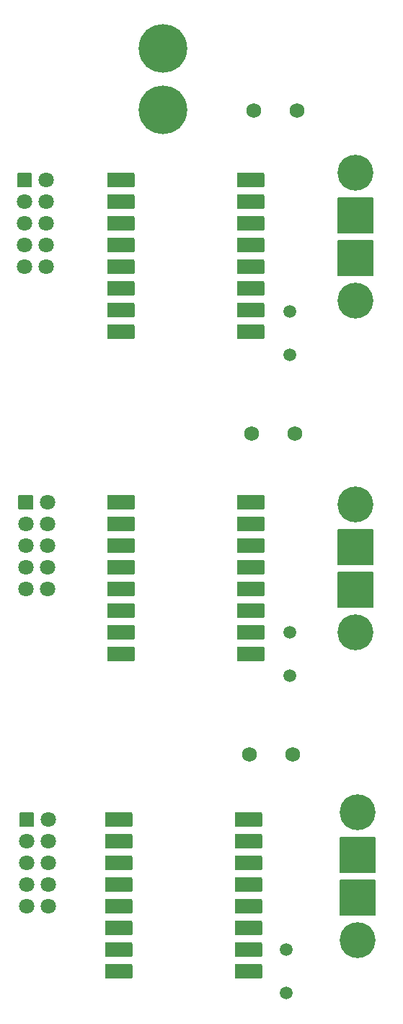
<source format=gbs>
G04 Layer: BottomSolderMaskLayer*
G04 EasyEDA v6.5.5, 2022-06-01 21:54:51*
G04 4b561e4e07bb45b19b9d071735fb3a1a,c96cdaf6a0e44fa3bb1e134f2b5c86cb,10*
G04 Gerber Generator version 0.2*
G04 Scale: 100 percent, Rotated: No, Reflected: No *
G04 Dimensions in millimeters *
G04 leading zeros omitted , absolute positions ,4 integer and 5 decimal *
%FSLAX45Y45*%
%MOMM*%

%ADD24C,1.5032*%
%ADD25C,5.7023*%
%ADD26C,1.8031*%
%ADD29C,4.2032*%
%ADD31C,1.7272*%

%LPD*%
D24*
G01*
X5207000Y7880350D03*
G01*
X5207000Y8388350D03*
G01*
X5207000Y4121150D03*
G01*
X5207000Y4629150D03*
G01*
X5168900Y400050D03*
G01*
X5168900Y908050D03*
D25*
G01*
X3721100Y11466144D03*
G01*
X3721100Y10746155D03*
D26*
G01*
X2095500Y8909050D03*
G01*
X2095500Y9163050D03*
G01*
X2349500Y9925050D03*
G01*
X2349500Y9671050D03*
G01*
X2349500Y9417050D03*
G01*
X2349500Y9163050D03*
G01*
X2349500Y8909050D03*
G01*
X2095500Y9671050D03*
G01*
X2095500Y9417050D03*
G36*
X2020061Y9839452D02*
G01*
X2020100Y9839490D01*
X2017052Y9839998D01*
X2014004Y9841522D01*
X2011972Y9843554D01*
X2010448Y9846602D01*
X2009940Y9849650D01*
X2009902Y9849612D01*
X2009902Y10000487D01*
X2009940Y10000449D01*
X2010448Y10003497D01*
X2011972Y10006545D01*
X2014004Y10008577D01*
X2017052Y10010101D01*
X2020100Y10010609D01*
X2020061Y10010647D01*
X2170938Y10010647D01*
X2170899Y10010609D01*
X2173947Y10010101D01*
X2176995Y10008577D01*
X2179027Y10006545D01*
X2180551Y10003497D01*
X2181059Y10000449D01*
X2181097Y10000487D01*
X2181097Y9849612D01*
X2181059Y9849650D01*
X2180551Y9846602D01*
X2179027Y9843554D01*
X2176995Y9841522D01*
X2173947Y9839998D01*
X2170899Y9839490D01*
X2170938Y9839452D01*
G37*
G01*
X2108200Y5137150D03*
G01*
X2108200Y5391150D03*
G01*
X2362200Y6153150D03*
G01*
X2362200Y5899150D03*
G01*
X2362200Y5645150D03*
G01*
X2362200Y5391150D03*
G01*
X2362200Y5137150D03*
G01*
X2108200Y5899150D03*
G01*
X2108200Y5645150D03*
G36*
X2032761Y6067552D02*
G01*
X2032800Y6067590D01*
X2029752Y6068098D01*
X2026704Y6069622D01*
X2024672Y6071654D01*
X2023148Y6074702D01*
X2022640Y6077750D01*
X2022602Y6077712D01*
X2022602Y6228587D01*
X2022640Y6228549D01*
X2023148Y6231597D01*
X2024672Y6234645D01*
X2026704Y6236677D01*
X2029752Y6238201D01*
X2032800Y6238709D01*
X2032761Y6238747D01*
X2183638Y6238747D01*
X2183599Y6238709D01*
X2186647Y6238201D01*
X2189695Y6236677D01*
X2191727Y6234645D01*
X2193251Y6231597D01*
X2193759Y6228549D01*
X2193797Y6228587D01*
X2193797Y6077712D01*
X2193759Y6077750D01*
X2193251Y6074702D01*
X2191727Y6071654D01*
X2189695Y6069622D01*
X2186647Y6068098D01*
X2183599Y6067590D01*
X2183638Y6067552D01*
G37*
G01*
X2120900Y1416050D03*
G01*
X2120900Y1670050D03*
G01*
X2374900Y2432050D03*
G01*
X2374900Y2178050D03*
G01*
X2374900Y1924050D03*
G01*
X2374900Y1670050D03*
G01*
X2374900Y1416050D03*
G01*
X2120900Y2178050D03*
G01*
X2120900Y1924050D03*
G36*
X2045461Y2346452D02*
G01*
X2045500Y2346490D01*
X2042452Y2346998D01*
X2039404Y2348522D01*
X2037372Y2350554D01*
X2035848Y2353602D01*
X2035340Y2356650D01*
X2035302Y2356612D01*
X2035302Y2507487D01*
X2035340Y2507449D01*
X2035848Y2510497D01*
X2037372Y2513545D01*
X2039404Y2515577D01*
X2042452Y2517101D01*
X2045500Y2517609D01*
X2045461Y2517647D01*
X2196338Y2517647D01*
X2196299Y2517609D01*
X2199347Y2517101D01*
X2202395Y2515577D01*
X2204427Y2513545D01*
X2205951Y2510497D01*
X2206459Y2507449D01*
X2206497Y2507487D01*
X2206497Y2356612D01*
X2206459Y2356650D01*
X2205951Y2353602D01*
X2204427Y2350554D01*
X2202395Y2348522D01*
X2199347Y2346998D01*
X2196299Y2346490D01*
X2196338Y2346452D01*
G37*
G36*
X3075800Y8061888D02*
G01*
X3072752Y8062396D01*
X3069704Y8063920D01*
X3067672Y8065952D01*
X3066148Y8069000D01*
X3065640Y8072048D01*
X3065525Y8072120D01*
X3065525Y8221979D01*
X3065640Y8222051D01*
X3066148Y8225099D01*
X3067672Y8228147D01*
X3069704Y8230179D01*
X3072752Y8231703D01*
X3075800Y8232211D01*
X3075686Y8232139D01*
X3375913Y8232139D01*
X3375799Y8232211D01*
X3378847Y8231703D01*
X3381895Y8230179D01*
X3383927Y8228147D01*
X3385451Y8225099D01*
X3385959Y8222051D01*
X3386074Y8221979D01*
X3386074Y8072120D01*
X3385959Y8072048D01*
X3385451Y8069000D01*
X3383927Y8065952D01*
X3381895Y8063920D01*
X3378847Y8062396D01*
X3375799Y8061888D01*
X3375913Y8061960D01*
X3075686Y8061960D01*
G37*
G36*
X3075800Y8315888D02*
G01*
X3072752Y8316396D01*
X3069704Y8317920D01*
X3067672Y8319952D01*
X3066148Y8323000D01*
X3065640Y8326048D01*
X3065525Y8326120D01*
X3065525Y8475979D01*
X3065640Y8476051D01*
X3066148Y8479099D01*
X3067672Y8482147D01*
X3069704Y8484179D01*
X3072752Y8485703D01*
X3075800Y8486211D01*
X3075686Y8486139D01*
X3375913Y8486139D01*
X3375799Y8486211D01*
X3378847Y8485703D01*
X3381895Y8484179D01*
X3383927Y8482147D01*
X3385451Y8479099D01*
X3385959Y8476051D01*
X3386074Y8475979D01*
X3386074Y8326120D01*
X3385959Y8326048D01*
X3385451Y8323000D01*
X3383927Y8319952D01*
X3381895Y8317920D01*
X3378847Y8316396D01*
X3375799Y8315888D01*
X3375913Y8315960D01*
X3075686Y8315960D01*
G37*
G36*
X3075800Y8569888D02*
G01*
X3072752Y8570396D01*
X3069704Y8571920D01*
X3067672Y8573952D01*
X3066148Y8577000D01*
X3065640Y8580048D01*
X3065525Y8580120D01*
X3065525Y8729979D01*
X3065640Y8730051D01*
X3066148Y8733099D01*
X3067672Y8736147D01*
X3069704Y8738179D01*
X3072752Y8739703D01*
X3075800Y8740211D01*
X3075686Y8740139D01*
X3375913Y8740139D01*
X3375799Y8740211D01*
X3378847Y8739703D01*
X3381895Y8738179D01*
X3383927Y8736147D01*
X3385451Y8733099D01*
X3385959Y8730051D01*
X3386074Y8729979D01*
X3386074Y8580120D01*
X3385959Y8580048D01*
X3385451Y8577000D01*
X3383927Y8573952D01*
X3381895Y8571920D01*
X3378847Y8570396D01*
X3375799Y8569888D01*
X3375913Y8569960D01*
X3075686Y8569960D01*
G37*
G36*
X3075800Y8823888D02*
G01*
X3072752Y8824396D01*
X3069704Y8825920D01*
X3067672Y8827952D01*
X3066148Y8831000D01*
X3065640Y8834048D01*
X3065525Y8834120D01*
X3065525Y8983979D01*
X3065640Y8984051D01*
X3066148Y8987099D01*
X3067672Y8990147D01*
X3069704Y8992179D01*
X3072752Y8993703D01*
X3075800Y8994211D01*
X3075686Y8994139D01*
X3375913Y8994139D01*
X3375799Y8994211D01*
X3378847Y8993703D01*
X3381895Y8992179D01*
X3383927Y8990147D01*
X3385451Y8987099D01*
X3385959Y8984051D01*
X3386074Y8983979D01*
X3386074Y8834120D01*
X3385959Y8834048D01*
X3385451Y8831000D01*
X3383927Y8827952D01*
X3381895Y8825920D01*
X3378847Y8824396D01*
X3375799Y8823888D01*
X3375913Y8823960D01*
X3075686Y8823960D01*
G37*
G36*
X3075800Y9077888D02*
G01*
X3072752Y9078396D01*
X3069704Y9079920D01*
X3067672Y9081952D01*
X3066148Y9085000D01*
X3065640Y9088048D01*
X3065525Y9088120D01*
X3065525Y9237979D01*
X3065640Y9238051D01*
X3066148Y9241099D01*
X3067672Y9244147D01*
X3069704Y9246179D01*
X3072752Y9247703D01*
X3075800Y9248211D01*
X3075686Y9248139D01*
X3375913Y9248139D01*
X3375799Y9248211D01*
X3378847Y9247703D01*
X3381895Y9246179D01*
X3383927Y9244147D01*
X3385451Y9241099D01*
X3385959Y9238051D01*
X3386074Y9237979D01*
X3386074Y9088120D01*
X3385959Y9088048D01*
X3385451Y9085000D01*
X3383927Y9081952D01*
X3381895Y9079920D01*
X3378847Y9078396D01*
X3375799Y9077888D01*
X3375913Y9077960D01*
X3075686Y9077960D01*
G37*
G36*
X3075800Y9331888D02*
G01*
X3072752Y9332396D01*
X3069704Y9333920D01*
X3067672Y9335952D01*
X3066148Y9339000D01*
X3065640Y9342048D01*
X3065525Y9342120D01*
X3065525Y9491979D01*
X3065640Y9492051D01*
X3066148Y9495099D01*
X3067672Y9498147D01*
X3069704Y9500179D01*
X3072752Y9501703D01*
X3075800Y9502211D01*
X3075686Y9502139D01*
X3375913Y9502139D01*
X3375799Y9502211D01*
X3378847Y9501703D01*
X3381895Y9500179D01*
X3383927Y9498147D01*
X3385451Y9495099D01*
X3385959Y9492051D01*
X3386074Y9491979D01*
X3386074Y9342120D01*
X3385959Y9342048D01*
X3385451Y9339000D01*
X3383927Y9335952D01*
X3381895Y9333920D01*
X3378847Y9332396D01*
X3375799Y9331888D01*
X3375913Y9331960D01*
X3075686Y9331960D01*
G37*
G36*
X3075800Y9585888D02*
G01*
X3072752Y9586396D01*
X3069704Y9587920D01*
X3067672Y9589952D01*
X3066148Y9593000D01*
X3065640Y9596048D01*
X3065525Y9596120D01*
X3065525Y9745979D01*
X3065640Y9746051D01*
X3066148Y9749099D01*
X3067672Y9752147D01*
X3069704Y9754179D01*
X3072752Y9755703D01*
X3075800Y9756211D01*
X3075686Y9756139D01*
X3375913Y9756139D01*
X3375799Y9756211D01*
X3378847Y9755703D01*
X3381895Y9754179D01*
X3383927Y9752147D01*
X3385451Y9749099D01*
X3385959Y9746051D01*
X3386074Y9745979D01*
X3386074Y9596120D01*
X3385959Y9596048D01*
X3385451Y9593000D01*
X3383927Y9589952D01*
X3381895Y9587920D01*
X3378847Y9586396D01*
X3375799Y9585888D01*
X3375913Y9585960D01*
X3075686Y9585960D01*
G37*
G36*
X3075800Y9839888D02*
G01*
X3072752Y9840396D01*
X3069704Y9841920D01*
X3067672Y9843952D01*
X3066148Y9847000D01*
X3065640Y9850048D01*
X3065525Y9850120D01*
X3065525Y9999979D01*
X3065640Y10000051D01*
X3066148Y10003099D01*
X3067672Y10006147D01*
X3069704Y10008179D01*
X3072752Y10009703D01*
X3075800Y10010211D01*
X3075686Y10010139D01*
X3375913Y10010139D01*
X3375799Y10010211D01*
X3378847Y10009703D01*
X3381895Y10008179D01*
X3383927Y10006147D01*
X3385451Y10003099D01*
X3385959Y10000051D01*
X3386074Y9999979D01*
X3386074Y9850120D01*
X3385959Y9850048D01*
X3385451Y9847000D01*
X3383927Y9843952D01*
X3381895Y9841920D01*
X3378847Y9840396D01*
X3375799Y9839888D01*
X3375913Y9839960D01*
X3075686Y9839960D01*
G37*
G36*
X4599800Y9839888D02*
G01*
X4596752Y9840396D01*
X4593704Y9841920D01*
X4591672Y9843952D01*
X4590148Y9847000D01*
X4589640Y9850048D01*
X4589525Y9850120D01*
X4589525Y9999979D01*
X4589640Y10000051D01*
X4590148Y10003099D01*
X4591672Y10006147D01*
X4593704Y10008179D01*
X4596752Y10009703D01*
X4599800Y10010211D01*
X4599686Y10010139D01*
X4899913Y10010139D01*
X4899799Y10010211D01*
X4902847Y10009703D01*
X4905895Y10008179D01*
X4907927Y10006147D01*
X4909451Y10003099D01*
X4909959Y10000051D01*
X4910074Y9999979D01*
X4910074Y9850120D01*
X4909959Y9850048D01*
X4909451Y9847000D01*
X4907927Y9843952D01*
X4905895Y9841920D01*
X4902847Y9840396D01*
X4899799Y9839888D01*
X4899913Y9839960D01*
X4599686Y9839960D01*
G37*
G36*
X4599800Y9585888D02*
G01*
X4596752Y9586396D01*
X4593704Y9587920D01*
X4591672Y9589952D01*
X4590148Y9593000D01*
X4589640Y9596048D01*
X4589525Y9596120D01*
X4589525Y9745979D01*
X4589640Y9746051D01*
X4590148Y9749099D01*
X4591672Y9752147D01*
X4593704Y9754179D01*
X4596752Y9755703D01*
X4599800Y9756211D01*
X4599686Y9756139D01*
X4899913Y9756139D01*
X4899799Y9756211D01*
X4902847Y9755703D01*
X4905895Y9754179D01*
X4907927Y9752147D01*
X4909451Y9749099D01*
X4909959Y9746051D01*
X4910074Y9745979D01*
X4910074Y9596120D01*
X4909959Y9596048D01*
X4909451Y9593000D01*
X4907927Y9589952D01*
X4905895Y9587920D01*
X4902847Y9586396D01*
X4899799Y9585888D01*
X4899913Y9585960D01*
X4599686Y9585960D01*
G37*
G36*
X4599800Y9331888D02*
G01*
X4596752Y9332396D01*
X4593704Y9333920D01*
X4591672Y9335952D01*
X4590148Y9339000D01*
X4589640Y9342048D01*
X4589525Y9342120D01*
X4589525Y9491979D01*
X4589640Y9492051D01*
X4590148Y9495099D01*
X4591672Y9498147D01*
X4593704Y9500179D01*
X4596752Y9501703D01*
X4599800Y9502211D01*
X4599686Y9502139D01*
X4899913Y9502139D01*
X4899799Y9502211D01*
X4902847Y9501703D01*
X4905895Y9500179D01*
X4907927Y9498147D01*
X4909451Y9495099D01*
X4909959Y9492051D01*
X4910074Y9491979D01*
X4910074Y9342120D01*
X4909959Y9342048D01*
X4909451Y9339000D01*
X4907927Y9335952D01*
X4905895Y9333920D01*
X4902847Y9332396D01*
X4899799Y9331888D01*
X4899913Y9331960D01*
X4599686Y9331960D01*
G37*
G36*
X4599800Y9077888D02*
G01*
X4596752Y9078396D01*
X4593704Y9079920D01*
X4591672Y9081952D01*
X4590148Y9085000D01*
X4589640Y9088048D01*
X4589525Y9088120D01*
X4589525Y9237979D01*
X4589640Y9238051D01*
X4590148Y9241099D01*
X4591672Y9244147D01*
X4593704Y9246179D01*
X4596752Y9247703D01*
X4599800Y9248211D01*
X4599686Y9248139D01*
X4899913Y9248139D01*
X4899799Y9248211D01*
X4902847Y9247703D01*
X4905895Y9246179D01*
X4907927Y9244147D01*
X4909451Y9241099D01*
X4909959Y9238051D01*
X4910074Y9237979D01*
X4910074Y9088120D01*
X4909959Y9088048D01*
X4909451Y9085000D01*
X4907927Y9081952D01*
X4905895Y9079920D01*
X4902847Y9078396D01*
X4899799Y9077888D01*
X4899913Y9077960D01*
X4599686Y9077960D01*
G37*
G36*
X4599800Y8823888D02*
G01*
X4596752Y8824396D01*
X4593704Y8825920D01*
X4591672Y8827952D01*
X4590148Y8831000D01*
X4589640Y8834048D01*
X4589525Y8834120D01*
X4589525Y8983979D01*
X4589640Y8984051D01*
X4590148Y8987099D01*
X4591672Y8990147D01*
X4593704Y8992179D01*
X4596752Y8993703D01*
X4599800Y8994211D01*
X4599686Y8994139D01*
X4899913Y8994139D01*
X4899799Y8994211D01*
X4902847Y8993703D01*
X4905895Y8992179D01*
X4907927Y8990147D01*
X4909451Y8987099D01*
X4909959Y8984051D01*
X4910074Y8983979D01*
X4910074Y8834120D01*
X4909959Y8834048D01*
X4909451Y8831000D01*
X4907927Y8827952D01*
X4905895Y8825920D01*
X4902847Y8824396D01*
X4899799Y8823888D01*
X4899913Y8823960D01*
X4599686Y8823960D01*
G37*
G36*
X4599800Y8569888D02*
G01*
X4596752Y8570396D01*
X4593704Y8571920D01*
X4591672Y8573952D01*
X4590148Y8577000D01*
X4589640Y8580048D01*
X4589525Y8580120D01*
X4589525Y8729979D01*
X4589640Y8730051D01*
X4590148Y8733099D01*
X4591672Y8736147D01*
X4593704Y8738179D01*
X4596752Y8739703D01*
X4599800Y8740211D01*
X4599686Y8740139D01*
X4899913Y8740139D01*
X4899799Y8740211D01*
X4902847Y8739703D01*
X4905895Y8738179D01*
X4907927Y8736147D01*
X4909451Y8733099D01*
X4909959Y8730051D01*
X4910074Y8729979D01*
X4910074Y8580120D01*
X4909959Y8580048D01*
X4909451Y8577000D01*
X4907927Y8573952D01*
X4905895Y8571920D01*
X4902847Y8570396D01*
X4899799Y8569888D01*
X4899913Y8569960D01*
X4599686Y8569960D01*
G37*
G36*
X4599800Y8315888D02*
G01*
X4596752Y8316396D01*
X4593704Y8317920D01*
X4591672Y8319952D01*
X4590148Y8323000D01*
X4589640Y8326048D01*
X4589525Y8326120D01*
X4589525Y8475979D01*
X4589640Y8476051D01*
X4590148Y8479099D01*
X4591672Y8482147D01*
X4593704Y8484179D01*
X4596752Y8485703D01*
X4599800Y8486211D01*
X4599686Y8486139D01*
X4899913Y8486139D01*
X4899799Y8486211D01*
X4902847Y8485703D01*
X4905895Y8484179D01*
X4907927Y8482147D01*
X4909451Y8479099D01*
X4909959Y8476051D01*
X4910074Y8475979D01*
X4910074Y8326120D01*
X4909959Y8326048D01*
X4909451Y8323000D01*
X4907927Y8319952D01*
X4905895Y8317920D01*
X4902847Y8316396D01*
X4899799Y8315888D01*
X4899913Y8315960D01*
X4599686Y8315960D01*
G37*
G36*
X4599800Y8061888D02*
G01*
X4596752Y8062396D01*
X4593704Y8063920D01*
X4591672Y8065952D01*
X4590148Y8069000D01*
X4589640Y8072048D01*
X4589525Y8072120D01*
X4589525Y8221979D01*
X4589640Y8222051D01*
X4590148Y8225099D01*
X4591672Y8228147D01*
X4593704Y8230179D01*
X4596752Y8231703D01*
X4599800Y8232211D01*
X4599686Y8232139D01*
X4899913Y8232139D01*
X4899799Y8232211D01*
X4902847Y8231703D01*
X4905895Y8230179D01*
X4907927Y8228147D01*
X4909451Y8225099D01*
X4909959Y8222051D01*
X4910074Y8221979D01*
X4910074Y8072120D01*
X4909959Y8072048D01*
X4909451Y8069000D01*
X4907927Y8065952D01*
X4905895Y8063920D01*
X4902847Y8062396D01*
X4899799Y8061888D01*
X4899913Y8061960D01*
X4599686Y8061960D01*
G37*
G36*
X3075800Y4289988D02*
G01*
X3072752Y4290496D01*
X3069704Y4292020D01*
X3067672Y4294052D01*
X3066148Y4297100D01*
X3065640Y4300148D01*
X3065525Y4300220D01*
X3065525Y4450079D01*
X3065640Y4450151D01*
X3066148Y4453199D01*
X3067672Y4456247D01*
X3069704Y4458279D01*
X3072752Y4459803D01*
X3075800Y4460311D01*
X3075686Y4460239D01*
X3375913Y4460239D01*
X3375799Y4460311D01*
X3378847Y4459803D01*
X3381895Y4458279D01*
X3383927Y4456247D01*
X3385451Y4453199D01*
X3385959Y4450151D01*
X3386074Y4450079D01*
X3386074Y4300220D01*
X3385959Y4300148D01*
X3385451Y4297100D01*
X3383927Y4294052D01*
X3381895Y4292020D01*
X3378847Y4290496D01*
X3375799Y4289988D01*
X3375913Y4290060D01*
X3075686Y4290060D01*
G37*
G36*
X3075800Y4543988D02*
G01*
X3072752Y4544496D01*
X3069704Y4546020D01*
X3067672Y4548052D01*
X3066148Y4551100D01*
X3065640Y4554148D01*
X3065525Y4554220D01*
X3065525Y4704079D01*
X3065640Y4704151D01*
X3066148Y4707199D01*
X3067672Y4710247D01*
X3069704Y4712279D01*
X3072752Y4713803D01*
X3075800Y4714311D01*
X3075686Y4714239D01*
X3375913Y4714239D01*
X3375799Y4714311D01*
X3378847Y4713803D01*
X3381895Y4712279D01*
X3383927Y4710247D01*
X3385451Y4707199D01*
X3385959Y4704151D01*
X3386074Y4704079D01*
X3386074Y4554220D01*
X3385959Y4554148D01*
X3385451Y4551100D01*
X3383927Y4548052D01*
X3381895Y4546020D01*
X3378847Y4544496D01*
X3375799Y4543988D01*
X3375913Y4544060D01*
X3075686Y4544060D01*
G37*
G36*
X3075800Y4797988D02*
G01*
X3072752Y4798496D01*
X3069704Y4800020D01*
X3067672Y4802052D01*
X3066148Y4805100D01*
X3065640Y4808148D01*
X3065525Y4808220D01*
X3065525Y4958079D01*
X3065640Y4958151D01*
X3066148Y4961199D01*
X3067672Y4964247D01*
X3069704Y4966279D01*
X3072752Y4967803D01*
X3075800Y4968311D01*
X3075686Y4968239D01*
X3375913Y4968239D01*
X3375799Y4968311D01*
X3378847Y4967803D01*
X3381895Y4966279D01*
X3383927Y4964247D01*
X3385451Y4961199D01*
X3385959Y4958151D01*
X3386074Y4958079D01*
X3386074Y4808220D01*
X3385959Y4808148D01*
X3385451Y4805100D01*
X3383927Y4802052D01*
X3381895Y4800020D01*
X3378847Y4798496D01*
X3375799Y4797988D01*
X3375913Y4798060D01*
X3075686Y4798060D01*
G37*
G36*
X3075800Y5051988D02*
G01*
X3072752Y5052496D01*
X3069704Y5054020D01*
X3067672Y5056052D01*
X3066148Y5059100D01*
X3065640Y5062148D01*
X3065525Y5062220D01*
X3065525Y5212079D01*
X3065640Y5212151D01*
X3066148Y5215199D01*
X3067672Y5218247D01*
X3069704Y5220279D01*
X3072752Y5221803D01*
X3075800Y5222311D01*
X3075686Y5222239D01*
X3375913Y5222239D01*
X3375799Y5222311D01*
X3378847Y5221803D01*
X3381895Y5220279D01*
X3383927Y5218247D01*
X3385451Y5215199D01*
X3385959Y5212151D01*
X3386074Y5212079D01*
X3386074Y5062220D01*
X3385959Y5062148D01*
X3385451Y5059100D01*
X3383927Y5056052D01*
X3381895Y5054020D01*
X3378847Y5052496D01*
X3375799Y5051988D01*
X3375913Y5052060D01*
X3075686Y5052060D01*
G37*
G36*
X3075800Y5305988D02*
G01*
X3072752Y5306496D01*
X3069704Y5308020D01*
X3067672Y5310052D01*
X3066148Y5313100D01*
X3065640Y5316148D01*
X3065525Y5316220D01*
X3065525Y5466079D01*
X3065640Y5466151D01*
X3066148Y5469199D01*
X3067672Y5472247D01*
X3069704Y5474279D01*
X3072752Y5475803D01*
X3075800Y5476311D01*
X3075686Y5476239D01*
X3375913Y5476239D01*
X3375799Y5476311D01*
X3378847Y5475803D01*
X3381895Y5474279D01*
X3383927Y5472247D01*
X3385451Y5469199D01*
X3385959Y5466151D01*
X3386074Y5466079D01*
X3386074Y5316220D01*
X3385959Y5316148D01*
X3385451Y5313100D01*
X3383927Y5310052D01*
X3381895Y5308020D01*
X3378847Y5306496D01*
X3375799Y5305988D01*
X3375913Y5306060D01*
X3075686Y5306060D01*
G37*
G36*
X3075800Y5559988D02*
G01*
X3072752Y5560496D01*
X3069704Y5562020D01*
X3067672Y5564052D01*
X3066148Y5567100D01*
X3065640Y5570148D01*
X3065525Y5570220D01*
X3065525Y5720079D01*
X3065640Y5720151D01*
X3066148Y5723199D01*
X3067672Y5726247D01*
X3069704Y5728279D01*
X3072752Y5729803D01*
X3075800Y5730311D01*
X3075686Y5730239D01*
X3375913Y5730239D01*
X3375799Y5730311D01*
X3378847Y5729803D01*
X3381895Y5728279D01*
X3383927Y5726247D01*
X3385451Y5723199D01*
X3385959Y5720151D01*
X3386074Y5720079D01*
X3386074Y5570220D01*
X3385959Y5570148D01*
X3385451Y5567100D01*
X3383927Y5564052D01*
X3381895Y5562020D01*
X3378847Y5560496D01*
X3375799Y5559988D01*
X3375913Y5560060D01*
X3075686Y5560060D01*
G37*
G36*
X3075800Y5813988D02*
G01*
X3072752Y5814496D01*
X3069704Y5816020D01*
X3067672Y5818052D01*
X3066148Y5821100D01*
X3065640Y5824148D01*
X3065525Y5824220D01*
X3065525Y5974079D01*
X3065640Y5974151D01*
X3066148Y5977199D01*
X3067672Y5980247D01*
X3069704Y5982279D01*
X3072752Y5983803D01*
X3075800Y5984311D01*
X3075686Y5984239D01*
X3375913Y5984239D01*
X3375799Y5984311D01*
X3378847Y5983803D01*
X3381895Y5982279D01*
X3383927Y5980247D01*
X3385451Y5977199D01*
X3385959Y5974151D01*
X3386074Y5974079D01*
X3386074Y5824220D01*
X3385959Y5824148D01*
X3385451Y5821100D01*
X3383927Y5818052D01*
X3381895Y5816020D01*
X3378847Y5814496D01*
X3375799Y5813988D01*
X3375913Y5814060D01*
X3075686Y5814060D01*
G37*
G36*
X3075800Y6067988D02*
G01*
X3072752Y6068496D01*
X3069704Y6070020D01*
X3067672Y6072052D01*
X3066148Y6075100D01*
X3065640Y6078148D01*
X3065525Y6078220D01*
X3065525Y6228079D01*
X3065640Y6228151D01*
X3066148Y6231199D01*
X3067672Y6234247D01*
X3069704Y6236279D01*
X3072752Y6237803D01*
X3075800Y6238311D01*
X3075686Y6238239D01*
X3375913Y6238239D01*
X3375799Y6238311D01*
X3378847Y6237803D01*
X3381895Y6236279D01*
X3383927Y6234247D01*
X3385451Y6231199D01*
X3385959Y6228151D01*
X3386074Y6228079D01*
X3386074Y6078220D01*
X3385959Y6078148D01*
X3385451Y6075100D01*
X3383927Y6072052D01*
X3381895Y6070020D01*
X3378847Y6068496D01*
X3375799Y6067988D01*
X3375913Y6068060D01*
X3075686Y6068060D01*
G37*
G36*
X4599800Y6067988D02*
G01*
X4596752Y6068496D01*
X4593704Y6070020D01*
X4591672Y6072052D01*
X4590148Y6075100D01*
X4589640Y6078148D01*
X4589525Y6078220D01*
X4589525Y6228079D01*
X4589640Y6228151D01*
X4590148Y6231199D01*
X4591672Y6234247D01*
X4593704Y6236279D01*
X4596752Y6237803D01*
X4599800Y6238311D01*
X4599686Y6238239D01*
X4899913Y6238239D01*
X4899799Y6238311D01*
X4902847Y6237803D01*
X4905895Y6236279D01*
X4907927Y6234247D01*
X4909451Y6231199D01*
X4909959Y6228151D01*
X4910074Y6228079D01*
X4910074Y6078220D01*
X4909959Y6078148D01*
X4909451Y6075100D01*
X4907927Y6072052D01*
X4905895Y6070020D01*
X4902847Y6068496D01*
X4899799Y6067988D01*
X4899913Y6068060D01*
X4599686Y6068060D01*
G37*
G36*
X4599800Y5813988D02*
G01*
X4596752Y5814496D01*
X4593704Y5816020D01*
X4591672Y5818052D01*
X4590148Y5821100D01*
X4589640Y5824148D01*
X4589525Y5824220D01*
X4589525Y5974079D01*
X4589640Y5974151D01*
X4590148Y5977199D01*
X4591672Y5980247D01*
X4593704Y5982279D01*
X4596752Y5983803D01*
X4599800Y5984311D01*
X4599686Y5984239D01*
X4899913Y5984239D01*
X4899799Y5984311D01*
X4902847Y5983803D01*
X4905895Y5982279D01*
X4907927Y5980247D01*
X4909451Y5977199D01*
X4909959Y5974151D01*
X4910074Y5974079D01*
X4910074Y5824220D01*
X4909959Y5824148D01*
X4909451Y5821100D01*
X4907927Y5818052D01*
X4905895Y5816020D01*
X4902847Y5814496D01*
X4899799Y5813988D01*
X4899913Y5814060D01*
X4599686Y5814060D01*
G37*
G36*
X4599800Y5559988D02*
G01*
X4596752Y5560496D01*
X4593704Y5562020D01*
X4591672Y5564052D01*
X4590148Y5567100D01*
X4589640Y5570148D01*
X4589525Y5570220D01*
X4589525Y5720079D01*
X4589640Y5720151D01*
X4590148Y5723199D01*
X4591672Y5726247D01*
X4593704Y5728279D01*
X4596752Y5729803D01*
X4599800Y5730311D01*
X4599686Y5730239D01*
X4899913Y5730239D01*
X4899799Y5730311D01*
X4902847Y5729803D01*
X4905895Y5728279D01*
X4907927Y5726247D01*
X4909451Y5723199D01*
X4909959Y5720151D01*
X4910074Y5720079D01*
X4910074Y5570220D01*
X4909959Y5570148D01*
X4909451Y5567100D01*
X4907927Y5564052D01*
X4905895Y5562020D01*
X4902847Y5560496D01*
X4899799Y5559988D01*
X4899913Y5560060D01*
X4599686Y5560060D01*
G37*
G36*
X4599800Y5305988D02*
G01*
X4596752Y5306496D01*
X4593704Y5308020D01*
X4591672Y5310052D01*
X4590148Y5313100D01*
X4589640Y5316148D01*
X4589525Y5316220D01*
X4589525Y5466079D01*
X4589640Y5466151D01*
X4590148Y5469199D01*
X4591672Y5472247D01*
X4593704Y5474279D01*
X4596752Y5475803D01*
X4599800Y5476311D01*
X4599686Y5476239D01*
X4899913Y5476239D01*
X4899799Y5476311D01*
X4902847Y5475803D01*
X4905895Y5474279D01*
X4907927Y5472247D01*
X4909451Y5469199D01*
X4909959Y5466151D01*
X4910074Y5466079D01*
X4910074Y5316220D01*
X4909959Y5316148D01*
X4909451Y5313100D01*
X4907927Y5310052D01*
X4905895Y5308020D01*
X4902847Y5306496D01*
X4899799Y5305988D01*
X4899913Y5306060D01*
X4599686Y5306060D01*
G37*
G36*
X4599800Y5051988D02*
G01*
X4596752Y5052496D01*
X4593704Y5054020D01*
X4591672Y5056052D01*
X4590148Y5059100D01*
X4589640Y5062148D01*
X4589525Y5062220D01*
X4589525Y5212079D01*
X4589640Y5212151D01*
X4590148Y5215199D01*
X4591672Y5218247D01*
X4593704Y5220279D01*
X4596752Y5221803D01*
X4599800Y5222311D01*
X4599686Y5222239D01*
X4899913Y5222239D01*
X4899799Y5222311D01*
X4902847Y5221803D01*
X4905895Y5220279D01*
X4907927Y5218247D01*
X4909451Y5215199D01*
X4909959Y5212151D01*
X4910074Y5212079D01*
X4910074Y5062220D01*
X4909959Y5062148D01*
X4909451Y5059100D01*
X4907927Y5056052D01*
X4905895Y5054020D01*
X4902847Y5052496D01*
X4899799Y5051988D01*
X4899913Y5052060D01*
X4599686Y5052060D01*
G37*
G36*
X4599800Y4797988D02*
G01*
X4596752Y4798496D01*
X4593704Y4800020D01*
X4591672Y4802052D01*
X4590148Y4805100D01*
X4589640Y4808148D01*
X4589525Y4808220D01*
X4589525Y4958079D01*
X4589640Y4958151D01*
X4590148Y4961199D01*
X4591672Y4964247D01*
X4593704Y4966279D01*
X4596752Y4967803D01*
X4599800Y4968311D01*
X4599686Y4968239D01*
X4899913Y4968239D01*
X4899799Y4968311D01*
X4902847Y4967803D01*
X4905895Y4966279D01*
X4907927Y4964247D01*
X4909451Y4961199D01*
X4909959Y4958151D01*
X4910074Y4958079D01*
X4910074Y4808220D01*
X4909959Y4808148D01*
X4909451Y4805100D01*
X4907927Y4802052D01*
X4905895Y4800020D01*
X4902847Y4798496D01*
X4899799Y4797988D01*
X4899913Y4798060D01*
X4599686Y4798060D01*
G37*
G36*
X4599800Y4543988D02*
G01*
X4596752Y4544496D01*
X4593704Y4546020D01*
X4591672Y4548052D01*
X4590148Y4551100D01*
X4589640Y4554148D01*
X4589525Y4554220D01*
X4589525Y4704079D01*
X4589640Y4704151D01*
X4590148Y4707199D01*
X4591672Y4710247D01*
X4593704Y4712279D01*
X4596752Y4713803D01*
X4599800Y4714311D01*
X4599686Y4714239D01*
X4899913Y4714239D01*
X4899799Y4714311D01*
X4902847Y4713803D01*
X4905895Y4712279D01*
X4907927Y4710247D01*
X4909451Y4707199D01*
X4909959Y4704151D01*
X4910074Y4704079D01*
X4910074Y4554220D01*
X4909959Y4554148D01*
X4909451Y4551100D01*
X4907927Y4548052D01*
X4905895Y4546020D01*
X4902847Y4544496D01*
X4899799Y4543988D01*
X4899913Y4544060D01*
X4599686Y4544060D01*
G37*
G36*
X4599800Y4289988D02*
G01*
X4596752Y4290496D01*
X4593704Y4292020D01*
X4591672Y4294052D01*
X4590148Y4297100D01*
X4589640Y4300148D01*
X4589525Y4300220D01*
X4589525Y4450079D01*
X4589640Y4450151D01*
X4590148Y4453199D01*
X4591672Y4456247D01*
X4593704Y4458279D01*
X4596752Y4459803D01*
X4599800Y4460311D01*
X4599686Y4460239D01*
X4899913Y4460239D01*
X4899799Y4460311D01*
X4902847Y4459803D01*
X4905895Y4458279D01*
X4907927Y4456247D01*
X4909451Y4453199D01*
X4909959Y4450151D01*
X4910074Y4450079D01*
X4910074Y4300220D01*
X4909959Y4300148D01*
X4909451Y4297100D01*
X4907927Y4294052D01*
X4905895Y4292020D01*
X4902847Y4290496D01*
X4899799Y4289988D01*
X4899913Y4290060D01*
X4599686Y4290060D01*
G37*
G36*
X3050400Y568888D02*
G01*
X3047352Y569396D01*
X3044304Y570920D01*
X3042272Y572952D01*
X3040748Y576000D01*
X3040240Y579048D01*
X3040125Y579120D01*
X3040125Y728979D01*
X3040240Y729051D01*
X3040748Y732099D01*
X3042272Y735147D01*
X3044304Y737179D01*
X3047352Y738703D01*
X3050400Y739211D01*
X3050286Y739139D01*
X3350513Y739139D01*
X3350399Y739211D01*
X3353447Y738703D01*
X3356495Y737179D01*
X3358527Y735147D01*
X3360051Y732099D01*
X3360559Y729051D01*
X3360674Y728979D01*
X3360674Y579120D01*
X3360559Y579048D01*
X3360051Y576000D01*
X3358527Y572952D01*
X3356495Y570920D01*
X3353447Y569396D01*
X3350399Y568888D01*
X3350513Y568960D01*
X3050286Y568960D01*
G37*
G36*
X3050400Y822888D02*
G01*
X3047352Y823396D01*
X3044304Y824920D01*
X3042272Y826952D01*
X3040748Y830000D01*
X3040240Y833048D01*
X3040125Y833120D01*
X3040125Y982979D01*
X3040240Y983051D01*
X3040748Y986099D01*
X3042272Y989147D01*
X3044304Y991179D01*
X3047352Y992703D01*
X3050400Y993211D01*
X3050286Y993139D01*
X3350513Y993139D01*
X3350399Y993211D01*
X3353447Y992703D01*
X3356495Y991179D01*
X3358527Y989147D01*
X3360051Y986099D01*
X3360559Y983051D01*
X3360674Y982979D01*
X3360674Y833120D01*
X3360559Y833048D01*
X3360051Y830000D01*
X3358527Y826952D01*
X3356495Y824920D01*
X3353447Y823396D01*
X3350399Y822888D01*
X3350513Y822960D01*
X3050286Y822960D01*
G37*
G36*
X3050400Y1076888D02*
G01*
X3047352Y1077396D01*
X3044304Y1078920D01*
X3042272Y1080952D01*
X3040748Y1084000D01*
X3040240Y1087048D01*
X3040125Y1087120D01*
X3040125Y1236979D01*
X3040240Y1237051D01*
X3040748Y1240099D01*
X3042272Y1243147D01*
X3044304Y1245179D01*
X3047352Y1246703D01*
X3050400Y1247211D01*
X3050286Y1247139D01*
X3350513Y1247139D01*
X3350399Y1247211D01*
X3353447Y1246703D01*
X3356495Y1245179D01*
X3358527Y1243147D01*
X3360051Y1240099D01*
X3360559Y1237051D01*
X3360674Y1236979D01*
X3360674Y1087120D01*
X3360559Y1087048D01*
X3360051Y1084000D01*
X3358527Y1080952D01*
X3356495Y1078920D01*
X3353447Y1077396D01*
X3350399Y1076888D01*
X3350513Y1076960D01*
X3050286Y1076960D01*
G37*
G36*
X3050400Y1330888D02*
G01*
X3047352Y1331396D01*
X3044304Y1332920D01*
X3042272Y1334952D01*
X3040748Y1338000D01*
X3040240Y1341048D01*
X3040125Y1341120D01*
X3040125Y1490979D01*
X3040240Y1491051D01*
X3040748Y1494099D01*
X3042272Y1497147D01*
X3044304Y1499179D01*
X3047352Y1500703D01*
X3050400Y1501211D01*
X3050286Y1501139D01*
X3350513Y1501139D01*
X3350399Y1501211D01*
X3353447Y1500703D01*
X3356495Y1499179D01*
X3358527Y1497147D01*
X3360051Y1494099D01*
X3360559Y1491051D01*
X3360674Y1490979D01*
X3360674Y1341120D01*
X3360559Y1341048D01*
X3360051Y1338000D01*
X3358527Y1334952D01*
X3356495Y1332920D01*
X3353447Y1331396D01*
X3350399Y1330888D01*
X3350513Y1330960D01*
X3050286Y1330960D01*
G37*
G36*
X3050400Y1584888D02*
G01*
X3047352Y1585396D01*
X3044304Y1586920D01*
X3042272Y1588952D01*
X3040748Y1592000D01*
X3040240Y1595048D01*
X3040125Y1595120D01*
X3040125Y1744979D01*
X3040240Y1745051D01*
X3040748Y1748099D01*
X3042272Y1751147D01*
X3044304Y1753179D01*
X3047352Y1754703D01*
X3050400Y1755211D01*
X3050286Y1755139D01*
X3350513Y1755139D01*
X3350399Y1755211D01*
X3353447Y1754703D01*
X3356495Y1753179D01*
X3358527Y1751147D01*
X3360051Y1748099D01*
X3360559Y1745051D01*
X3360674Y1744979D01*
X3360674Y1595120D01*
X3360559Y1595048D01*
X3360051Y1592000D01*
X3358527Y1588952D01*
X3356495Y1586920D01*
X3353447Y1585396D01*
X3350399Y1584888D01*
X3350513Y1584960D01*
X3050286Y1584960D01*
G37*
G36*
X3050400Y1838888D02*
G01*
X3047352Y1839396D01*
X3044304Y1840920D01*
X3042272Y1842952D01*
X3040748Y1846000D01*
X3040240Y1849048D01*
X3040125Y1849120D01*
X3040125Y1998979D01*
X3040240Y1999051D01*
X3040748Y2002099D01*
X3042272Y2005147D01*
X3044304Y2007179D01*
X3047352Y2008703D01*
X3050400Y2009211D01*
X3050286Y2009139D01*
X3350513Y2009139D01*
X3350399Y2009211D01*
X3353447Y2008703D01*
X3356495Y2007179D01*
X3358527Y2005147D01*
X3360051Y2002099D01*
X3360559Y1999051D01*
X3360674Y1998979D01*
X3360674Y1849120D01*
X3360559Y1849048D01*
X3360051Y1846000D01*
X3358527Y1842952D01*
X3356495Y1840920D01*
X3353447Y1839396D01*
X3350399Y1838888D01*
X3350513Y1838960D01*
X3050286Y1838960D01*
G37*
G36*
X3050400Y2092888D02*
G01*
X3047352Y2093396D01*
X3044304Y2094920D01*
X3042272Y2096952D01*
X3040748Y2100000D01*
X3040240Y2103048D01*
X3040125Y2103120D01*
X3040125Y2252979D01*
X3040240Y2253051D01*
X3040748Y2256099D01*
X3042272Y2259147D01*
X3044304Y2261179D01*
X3047352Y2262703D01*
X3050400Y2263211D01*
X3050286Y2263139D01*
X3350513Y2263139D01*
X3350399Y2263211D01*
X3353447Y2262703D01*
X3356495Y2261179D01*
X3358527Y2259147D01*
X3360051Y2256099D01*
X3360559Y2253051D01*
X3360674Y2252979D01*
X3360674Y2103120D01*
X3360559Y2103048D01*
X3360051Y2100000D01*
X3358527Y2096952D01*
X3356495Y2094920D01*
X3353447Y2093396D01*
X3350399Y2092888D01*
X3350513Y2092960D01*
X3050286Y2092960D01*
G37*
G36*
X3050400Y2346888D02*
G01*
X3047352Y2347396D01*
X3044304Y2348920D01*
X3042272Y2350952D01*
X3040748Y2354000D01*
X3040240Y2357048D01*
X3040125Y2357120D01*
X3040125Y2506979D01*
X3040240Y2507051D01*
X3040748Y2510099D01*
X3042272Y2513147D01*
X3044304Y2515179D01*
X3047352Y2516703D01*
X3050400Y2517211D01*
X3050286Y2517139D01*
X3350513Y2517139D01*
X3350399Y2517211D01*
X3353447Y2516703D01*
X3356495Y2515179D01*
X3358527Y2513147D01*
X3360051Y2510099D01*
X3360559Y2507051D01*
X3360674Y2506979D01*
X3360674Y2357120D01*
X3360559Y2357048D01*
X3360051Y2354000D01*
X3358527Y2350952D01*
X3356495Y2348920D01*
X3353447Y2347396D01*
X3350399Y2346888D01*
X3350513Y2346960D01*
X3050286Y2346960D01*
G37*
G36*
X4574400Y2346888D02*
G01*
X4571352Y2347396D01*
X4568304Y2348920D01*
X4566272Y2350952D01*
X4564748Y2354000D01*
X4564240Y2357048D01*
X4564125Y2357120D01*
X4564125Y2506979D01*
X4564240Y2507051D01*
X4564748Y2510099D01*
X4566272Y2513147D01*
X4568304Y2515179D01*
X4571352Y2516703D01*
X4574400Y2517211D01*
X4574286Y2517139D01*
X4874513Y2517139D01*
X4874399Y2517211D01*
X4877447Y2516703D01*
X4880495Y2515179D01*
X4882527Y2513147D01*
X4884051Y2510099D01*
X4884559Y2507051D01*
X4884674Y2506979D01*
X4884674Y2357120D01*
X4884559Y2357048D01*
X4884051Y2354000D01*
X4882527Y2350952D01*
X4880495Y2348920D01*
X4877447Y2347396D01*
X4874399Y2346888D01*
X4874513Y2346960D01*
X4574286Y2346960D01*
G37*
G36*
X4574400Y2092888D02*
G01*
X4571352Y2093396D01*
X4568304Y2094920D01*
X4566272Y2096952D01*
X4564748Y2100000D01*
X4564240Y2103048D01*
X4564125Y2103120D01*
X4564125Y2252979D01*
X4564240Y2253051D01*
X4564748Y2256099D01*
X4566272Y2259147D01*
X4568304Y2261179D01*
X4571352Y2262703D01*
X4574400Y2263211D01*
X4574286Y2263139D01*
X4874513Y2263139D01*
X4874399Y2263211D01*
X4877447Y2262703D01*
X4880495Y2261179D01*
X4882527Y2259147D01*
X4884051Y2256099D01*
X4884559Y2253051D01*
X4884674Y2252979D01*
X4884674Y2103120D01*
X4884559Y2103048D01*
X4884051Y2100000D01*
X4882527Y2096952D01*
X4880495Y2094920D01*
X4877447Y2093396D01*
X4874399Y2092888D01*
X4874513Y2092960D01*
X4574286Y2092960D01*
G37*
G36*
X4574400Y1838888D02*
G01*
X4571352Y1839396D01*
X4568304Y1840920D01*
X4566272Y1842952D01*
X4564748Y1846000D01*
X4564240Y1849048D01*
X4564125Y1849120D01*
X4564125Y1998979D01*
X4564240Y1999051D01*
X4564748Y2002099D01*
X4566272Y2005147D01*
X4568304Y2007179D01*
X4571352Y2008703D01*
X4574400Y2009211D01*
X4574286Y2009139D01*
X4874513Y2009139D01*
X4874399Y2009211D01*
X4877447Y2008703D01*
X4880495Y2007179D01*
X4882527Y2005147D01*
X4884051Y2002099D01*
X4884559Y1999051D01*
X4884674Y1998979D01*
X4884674Y1849120D01*
X4884559Y1849048D01*
X4884051Y1846000D01*
X4882527Y1842952D01*
X4880495Y1840920D01*
X4877447Y1839396D01*
X4874399Y1838888D01*
X4874513Y1838960D01*
X4574286Y1838960D01*
G37*
G36*
X4574400Y1584888D02*
G01*
X4571352Y1585396D01*
X4568304Y1586920D01*
X4566272Y1588952D01*
X4564748Y1592000D01*
X4564240Y1595048D01*
X4564125Y1595120D01*
X4564125Y1744979D01*
X4564240Y1745051D01*
X4564748Y1748099D01*
X4566272Y1751147D01*
X4568304Y1753179D01*
X4571352Y1754703D01*
X4574400Y1755211D01*
X4574286Y1755139D01*
X4874513Y1755139D01*
X4874399Y1755211D01*
X4877447Y1754703D01*
X4880495Y1753179D01*
X4882527Y1751147D01*
X4884051Y1748099D01*
X4884559Y1745051D01*
X4884674Y1744979D01*
X4884674Y1595120D01*
X4884559Y1595048D01*
X4884051Y1592000D01*
X4882527Y1588952D01*
X4880495Y1586920D01*
X4877447Y1585396D01*
X4874399Y1584888D01*
X4874513Y1584960D01*
X4574286Y1584960D01*
G37*
G36*
X4574400Y1330888D02*
G01*
X4571352Y1331396D01*
X4568304Y1332920D01*
X4566272Y1334952D01*
X4564748Y1338000D01*
X4564240Y1341048D01*
X4564125Y1341120D01*
X4564125Y1490979D01*
X4564240Y1491051D01*
X4564748Y1494099D01*
X4566272Y1497147D01*
X4568304Y1499179D01*
X4571352Y1500703D01*
X4574400Y1501211D01*
X4574286Y1501139D01*
X4874513Y1501139D01*
X4874399Y1501211D01*
X4877447Y1500703D01*
X4880495Y1499179D01*
X4882527Y1497147D01*
X4884051Y1494099D01*
X4884559Y1491051D01*
X4884674Y1490979D01*
X4884674Y1341120D01*
X4884559Y1341048D01*
X4884051Y1338000D01*
X4882527Y1334952D01*
X4880495Y1332920D01*
X4877447Y1331396D01*
X4874399Y1330888D01*
X4874513Y1330960D01*
X4574286Y1330960D01*
G37*
G36*
X4574400Y1076888D02*
G01*
X4571352Y1077396D01*
X4568304Y1078920D01*
X4566272Y1080952D01*
X4564748Y1084000D01*
X4564240Y1087048D01*
X4564125Y1087120D01*
X4564125Y1236979D01*
X4564240Y1237051D01*
X4564748Y1240099D01*
X4566272Y1243147D01*
X4568304Y1245179D01*
X4571352Y1246703D01*
X4574400Y1247211D01*
X4574286Y1247139D01*
X4874513Y1247139D01*
X4874399Y1247211D01*
X4877447Y1246703D01*
X4880495Y1245179D01*
X4882527Y1243147D01*
X4884051Y1240099D01*
X4884559Y1237051D01*
X4884674Y1236979D01*
X4884674Y1087120D01*
X4884559Y1087048D01*
X4884051Y1084000D01*
X4882527Y1080952D01*
X4880495Y1078920D01*
X4877447Y1077396D01*
X4874399Y1076888D01*
X4874513Y1076960D01*
X4574286Y1076960D01*
G37*
G36*
X4574400Y822888D02*
G01*
X4571352Y823396D01*
X4568304Y824920D01*
X4566272Y826952D01*
X4564748Y830000D01*
X4564240Y833048D01*
X4564125Y833120D01*
X4564125Y982979D01*
X4564240Y983051D01*
X4564748Y986099D01*
X4566272Y989147D01*
X4568304Y991179D01*
X4571352Y992703D01*
X4574400Y993211D01*
X4574286Y993139D01*
X4874513Y993139D01*
X4874399Y993211D01*
X4877447Y992703D01*
X4880495Y991179D01*
X4882527Y989147D01*
X4884051Y986099D01*
X4884559Y983051D01*
X4884674Y982979D01*
X4884674Y833120D01*
X4884559Y833048D01*
X4884051Y830000D01*
X4882527Y826952D01*
X4880495Y824920D01*
X4877447Y823396D01*
X4874399Y822888D01*
X4874513Y822960D01*
X4574286Y822960D01*
G37*
G36*
X4574400Y568888D02*
G01*
X4571352Y569396D01*
X4568304Y570920D01*
X4566272Y572952D01*
X4564748Y576000D01*
X4564240Y579048D01*
X4564125Y579120D01*
X4564125Y728979D01*
X4564240Y729051D01*
X4564748Y732099D01*
X4566272Y735147D01*
X4568304Y737179D01*
X4571352Y738703D01*
X4574400Y739211D01*
X4574286Y739139D01*
X4874513Y739139D01*
X4874399Y739211D01*
X4877447Y738703D01*
X4880495Y737179D01*
X4882527Y735147D01*
X4884051Y732099D01*
X4884559Y729051D01*
X4884674Y728979D01*
X4884674Y579120D01*
X4884559Y579048D01*
X4884051Y576000D01*
X4882527Y572952D01*
X4880495Y570920D01*
X4877447Y569396D01*
X4874399Y568888D01*
X4874513Y568960D01*
X4574286Y568960D01*
G37*
D29*
G01*
X5981700Y10013950D03*
G36*
X5781802Y9303765D02*
G01*
X5781700Y9303791D01*
X5778652Y9304299D01*
X5775604Y9305823D01*
X5773572Y9307855D01*
X5772048Y9310903D01*
X5771540Y9313951D01*
X5771641Y9313926D01*
X5771641Y9713976D01*
X5771540Y9713950D01*
X5772048Y9716998D01*
X5773572Y9720046D01*
X5775604Y9722078D01*
X5778652Y9723602D01*
X5781700Y9724110D01*
X5781802Y9724136D01*
X6181597Y9724136D01*
X6181699Y9724110D01*
X6184747Y9723602D01*
X6187795Y9722078D01*
X6189827Y9720046D01*
X6191351Y9716998D01*
X6191859Y9713950D01*
X6191758Y9713976D01*
X6191758Y9313926D01*
X6191859Y9313951D01*
X6191351Y9310903D01*
X6189827Y9307855D01*
X6187795Y9305823D01*
X6184747Y9304299D01*
X6181699Y9303791D01*
X6181597Y9303765D01*
G37*
G36*
X5781700Y8803792D02*
G01*
X5778652Y8804300D01*
X5775604Y8805824D01*
X5773572Y8807856D01*
X5772048Y8810904D01*
X5771540Y8813952D01*
X5771641Y8814054D01*
X5771641Y9213850D01*
X5771540Y9213951D01*
X5772048Y9216999D01*
X5773572Y9220047D01*
X5775604Y9222079D01*
X5778652Y9223603D01*
X5781700Y9224111D01*
X5781802Y9224010D01*
X6181597Y9224010D01*
X6181699Y9224111D01*
X6184747Y9223603D01*
X6187795Y9222079D01*
X6189827Y9220047D01*
X6191351Y9216999D01*
X6191859Y9213951D01*
X6191758Y9213850D01*
X6191758Y8814054D01*
X6191859Y8813952D01*
X6191351Y8810904D01*
X6189827Y8807856D01*
X6187795Y8805824D01*
X6184747Y8804300D01*
X6181699Y8803792D01*
X6181597Y8803894D01*
X5781802Y8803894D01*
G37*
G01*
X5981700Y8513953D03*
G01*
X5981700Y6127750D03*
G36*
X5781802Y5417565D02*
G01*
X5781700Y5417591D01*
X5778652Y5418099D01*
X5775604Y5419623D01*
X5773572Y5421655D01*
X5772048Y5424703D01*
X5771540Y5427751D01*
X5771641Y5427726D01*
X5771641Y5827776D01*
X5771540Y5827750D01*
X5772048Y5830798D01*
X5773572Y5833846D01*
X5775604Y5835878D01*
X5778652Y5837402D01*
X5781700Y5837910D01*
X5781802Y5837936D01*
X6181597Y5837936D01*
X6181699Y5837910D01*
X6184747Y5837402D01*
X6187795Y5835878D01*
X6189827Y5833846D01*
X6191351Y5830798D01*
X6191859Y5827750D01*
X6191758Y5827776D01*
X6191758Y5427726D01*
X6191859Y5427751D01*
X6191351Y5424703D01*
X6189827Y5421655D01*
X6187795Y5419623D01*
X6184747Y5418099D01*
X6181699Y5417591D01*
X6181597Y5417565D01*
G37*
G36*
X5781700Y4917592D02*
G01*
X5778652Y4918100D01*
X5775604Y4919624D01*
X5773572Y4921656D01*
X5772048Y4924704D01*
X5771540Y4927752D01*
X5771641Y4927854D01*
X5771641Y5327650D01*
X5771540Y5327751D01*
X5772048Y5330799D01*
X5773572Y5333847D01*
X5775604Y5335879D01*
X5778652Y5337403D01*
X5781700Y5337911D01*
X5781802Y5337810D01*
X6181597Y5337810D01*
X6181699Y5337911D01*
X6184747Y5337403D01*
X6187795Y5335879D01*
X6189827Y5333847D01*
X6191351Y5330799D01*
X6191859Y5327751D01*
X6191758Y5327650D01*
X6191758Y4927854D01*
X6191859Y4927752D01*
X6191351Y4924704D01*
X6189827Y4921656D01*
X6187795Y4919624D01*
X6184747Y4918100D01*
X6181699Y4917592D01*
X6181597Y4917694D01*
X5781802Y4917694D01*
G37*
G01*
X5981700Y4627753D03*
G01*
X6007100Y2520950D03*
G36*
X5807202Y1810765D02*
G01*
X5807100Y1810791D01*
X5804052Y1811299D01*
X5801004Y1812823D01*
X5798972Y1814855D01*
X5797448Y1817903D01*
X5796940Y1820951D01*
X5797041Y1820926D01*
X5797041Y2220976D01*
X5796940Y2220950D01*
X5797448Y2223998D01*
X5798972Y2227046D01*
X5801004Y2229078D01*
X5804052Y2230602D01*
X5807100Y2231110D01*
X5807202Y2231136D01*
X6206997Y2231136D01*
X6207099Y2231110D01*
X6210147Y2230602D01*
X6213195Y2229078D01*
X6215227Y2227046D01*
X6216751Y2223998D01*
X6217259Y2220950D01*
X6217158Y2220976D01*
X6217158Y1820926D01*
X6217259Y1820951D01*
X6216751Y1817903D01*
X6215227Y1814855D01*
X6213195Y1812823D01*
X6210147Y1811299D01*
X6207099Y1810791D01*
X6206997Y1810765D01*
G37*
G36*
X5807100Y1310792D02*
G01*
X5804052Y1311300D01*
X5801004Y1312824D01*
X5798972Y1314856D01*
X5797448Y1317904D01*
X5796940Y1320952D01*
X5797041Y1321054D01*
X5797041Y1720850D01*
X5796940Y1720951D01*
X5797448Y1723999D01*
X5798972Y1727047D01*
X5801004Y1729079D01*
X5804052Y1730603D01*
X5807100Y1731111D01*
X5807202Y1731010D01*
X6206997Y1731010D01*
X6207099Y1731111D01*
X6210147Y1730603D01*
X6213195Y1729079D01*
X6215227Y1727047D01*
X6216751Y1723999D01*
X6217259Y1720951D01*
X6217158Y1720850D01*
X6217158Y1321054D01*
X6217259Y1320952D01*
X6216751Y1317904D01*
X6215227Y1314856D01*
X6213195Y1312824D01*
X6210147Y1311300D01*
X6207099Y1310792D01*
X6206997Y1310894D01*
X5807202Y1310894D01*
G37*
G01*
X6007100Y1020953D03*
D31*
G01*
X4787900Y10737850D03*
G01*
X5295900Y10737850D03*
G01*
X4762500Y6953250D03*
G01*
X5270500Y6953250D03*
G01*
X4737100Y3194050D03*
G01*
X5245100Y3194050D03*
M02*

</source>
